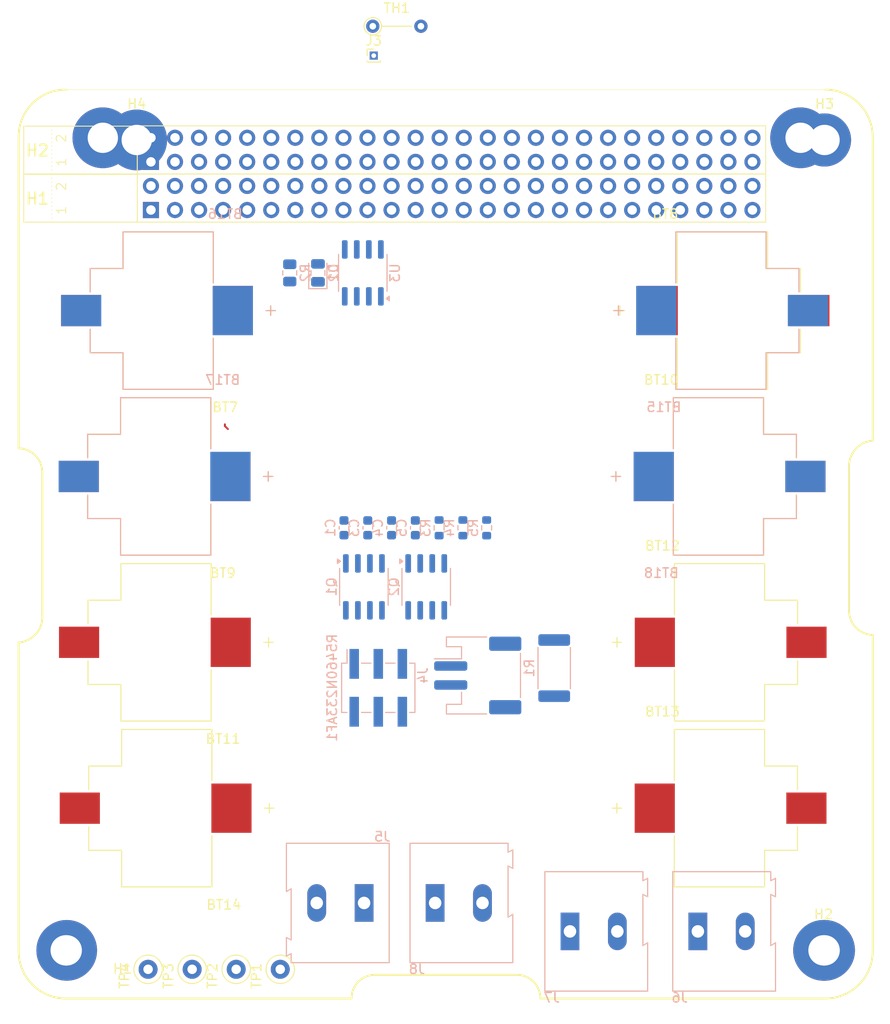
<source format=kicad_pcb>
(kicad_pcb (version 20240108) (generator "pcbnew") (generator_version "8.0")
  (layers (0 "F.Cu" signal) (31 "B.Cu" signal) (34 "B.Paste" user) (35 "F.Paste" user) (36 "B.SilkS" user "B.Silkscreen") (37 "F.SilkS" user "F.Silkscreen") (38 "B.Mask" user) (39 "F.Mask" user) (44 "Edge.Cuts" user))
  (net 0 "")
  (net 62 "Net-(D1-K)")
  (net 86 "/Pack -")
  (net 97 "Net-(D1-A)")
  (net 107 "/batt_board_temp")
  (net 108 "PACK-")
  (net 109 "Net-(C1-Pad1)")
  (net 110 "GND")
  (net 111 "Net-(R5460N233AF1-V-)")
  (net 112 "Net-(R5460N233AF1-VC)")
  (net 113 "/VDD")
  (net 114 "/B-")
  (net 115 "Net-(Q1-D-Pad5)")
  (net 116 "Net-(Q1-G)")
  (net 117 "Net-(Q2-G)")
  (net 118 "BAT_THERM")
  (net 119 "/BATT_CS")
  (net 120 "/Pack +")
  (net 121 "/BM")
  (footprint "Battery 54:BAT_254TR" (layer "F.Cu") (at 178.495 125.5 180)
    (property "Reference" "BT14" (at -7.2 -10.19 0) (layer "F.SilkS"))
    (property "Value" "54")
    (pad "P1" smd rect (at -8.005 0 180) (size 4.24 5.2) (layers "F.Cu" "F.Paste" "F.Mask"))
    (pad "P2" smd rect (at 8.005 0 180) (size 4.24 3.3) (layers "F.Cu" "F.Paste" "F.Mask"))
  )
  (footprint "MountingHole:MountingHole_3.2mm_M3_DIN965_Pad" (layer "F.Cu") (at 176.5 55)
    (property "Reference" "H4" (at 0 -3.8 0) (layer "F.SilkS"))
    (property "Value" "MountingHole_Pad")
    (pad "1" thru_hole circle (at 0 0 90) (size 6.4 6.4) (drill 3.2) (layers "*.Cu" "*.Mask") (net 86 "/Pack -"))
  )
  (footprint "Battery 54:BAT_254TR" (layer "F.Cu") (at 239.2 108)
    (property "Reference" "BT12" (at -7.2 -10.19 0) (layer "F.SilkS"))
    (property "Value" "54")
    (pad "P1" smd rect (at -8.005 0) (size 4.24 5.2) (layers "F.Cu" "F.Paste" "F.Mask"))
    (pad "P2" smd rect (at 8.005 0) (size 4.24 3.3) (layers "F.Cu" "F.Paste" "F.Mask"))
  )
  (footprint "PC104:PC104ConnectorFootprint (1)" (layer "F.Cu") (at 164.03 145.58)
    (property "Reference" "U1" (hide yes))
    (property "Value" "~" (hide yes))
    (fp_text user "H2" (at 0.65 -88.768 0) (layer "F.SilkS") (effects (font (size 1.2 1.2) (thickness 0.2) (bold yes)) (justify left bottom)))
    (fp_text user "1" (at 5.1 -87.7 90) (layer "F.SilkS") (effects (font (thickness 0.1)) (justify left bottom)))
    (fp_text user "2" (at 5.1 -90.22 90) (layer "F.SilkS") (effects (font (thickness 0.1)) (justify left bottom)))
    (fp_text user "2" (at 5.1 -85.14 90) (layer "F.SilkS") (effects (font (thickness 0.1)) (justify left bottom)))
    (fp_text user "1" (at 5.1 -82.62 90) (layer "F.SilkS") (effects (font (thickness 0.1)) (justify left bottom)))
    (fp_text user "H1" (at 0.65 -83.688 0) (layer "F.SilkS") (effects (font (size 1.2 1.2) (thickness 0.2) (bold yes)) (justify left bottom)))
    (pad "" thru_hole circle (at 5.08 -5.08 90) (size 6.4 6.4) (drill 3.2) (layers "*.Cu" "*.Mask"))
    (pad "" thru_hole circle (at 8.89 -90.81) (size 6.4 6.4) (drill 3.2) (layers "*.Cu" "*.Mask"))
    (pad "" thru_hole circle (at 82.55 -90.81) (size 6.4 6.4) (drill 3.2) (layers "*.Cu" "*.Mask"))
    (pad "" thru_hole circle (at 85.09 -5.08) (size 6.4 6.4) (drill 3.2) (layers "*.Cu" "*.Mask"))
    (pad "1" thru_hole rect (at 13.97 -83.19 90) (size 1.7 1.7) (drill 1) (layers "*.Cu" "*.Mask"))
    (pad "2" thru_hole oval (at 13.97 -85.73 90) (size 1.7 1.7) (drill 1) (layers "*.Cu" "*.Mask"))
    (pad "3" thru_hole oval (at 16.51 -83.19 90) (size 1.7 1.7) (drill 1) (layers "*.Cu" "*.Mask"))
    (pad "4" thru_hole oval (at 16.51 -85.73 90) (size 1.7 1.7) (drill 1) (layers "*.Cu" "*.Mask"))
    (pad "5" thru_hole oval (at 19.05 -83.19 90) (size 1.7 1.7) (drill 1) (layers "*.Cu" "*.Mask"))
    (pad "6" thru_hole oval (at 19.05 -85.73 90) (size 1.7 1.7) (drill 1) (layers "*.Cu" "*.Mask"))
    (pad "7" thru_hole oval (at 21.59 -83.19 90) (size 1.7 1.7) (drill 1) (layers "*.Cu" "*.Mask"))
    (pad "8" thru_hole oval (at 21.59 -85.73 90) (size 1.7 1.7) (drill 1) (layers "*.Cu" "*.Mask"))
    (pad "9" thru_hole oval (at 24.13 -83.19 90) (size 1.7 1.7) (drill 1) (layers "*.Cu" "*.Mask"))
    (pad "10" thru_hole oval (at 24.13 -85.73 90) (size 1.7 1.7) (drill 1) (layers "*.Cu" "*.Mask"))
    (pad "11" thru_hole oval (at 26.67 -83.19 90) (size 1.7 1.7) (drill 1) (layers "*.Cu" "*.Mask"))
    (pad "12" thru_hole oval (at 26.67 -85.73 90) (size 1.7 1.7) (drill 1) (layers "*.Cu" "*.Mask"))
    (pad "13" thru_hole oval (at 29.21 -83.19 90) (size 1.7 1.7) (drill 1) (layers "*.Cu" "*.Mask"))
    (pad "14" thru_hole oval (at 29.21 -85.73 90) (size 1.7 1.7) (drill 1) (layers "*.Cu" "*.Mask"))
    (pad "15" thru_hole oval (at 31.75 -83.19 90) (size 1.7 1.7) (drill 1) (layers "*.Cu" "*.Mask"))
    (pad "16" thru_hole oval (at 31.75 -85.73 90) (size 1.7 1.7) (drill 1) (layers "*.Cu" "*.Mask"))
    (pad "17" thru_hole oval (at 34.29 -83.19 90) (size 1.7 1.7) (drill 1) (layers "*.Cu" "*.Mask"))
    (pad "18" thru_hole oval (at 34.29 -85.73 90) (size 1.7 1.7) (drill 1) (layers "*.Cu" "*.Mask"))
    (pad "19" thru_hole oval (at 36.83 -83.19 90) (size 1.7 1.7) (drill 1) (layers "*.Cu" "*.Mask"))
    (pad "20" thru_hole oval (at 36.83 -85.73 90) (size 1.7 1.7) (drill 1) (layers "*.Cu" "*.Mask"))
    (pad "21" thru_hole oval (at 39.37 -83.19 90) (size 1.7 1.7) (drill 1) (layers "*.Cu" "*.Mask"))
    (pad "22" thru_hole oval (at 39.37 -85.73 90) (size 1.7 1.7) (drill 1) (layers "*.Cu" "*.Mask"))
    (pad "23" thru_hole oval (at 41.91 -83.19 90) (size 1.7 1.7) (drill 1) (layers "*.Cu" "*.Mask"))
    (pad "24" thru_hole oval (at 41.91 -85.73 90) (size 1.7 1.7) (drill 1) (layers "*.Cu" "*.Mask"))
    (pad "25" thru_hole oval (at 44.45 -83.19 90) (size 1.7 1.7) (drill 1) (layers "*.Cu" "*.Mask"))
    (pad "26" thru_hole oval (at 44.45 -85.73 90) (size 1.7 1.7) (drill 1) (layers "*.Cu" "*.Mask"))
    (pad "27" thru_hole oval (at 46.99 -83.19 90) (size 1.7 1.7) (drill 1) (layers "*.Cu" "*.Mask"))
    (pad "28" thru_hole oval (at 46.99 -85.73 90) (size 1.7 1.7) (drill 1) (layers "*.Cu" "*.Mask"))
    (pad "29" thru_hole oval (at 49.53 -83.19 90) (size 1.7 1.7) (drill 1) (layers "*.Cu" "*.Mask"))
    (pad "30" thru_hole oval (at 49.53 -85.73 90) (size 1.7 1.7) (drill 1) (layers "*.Cu" "*.Mask"))
    (pad "31" thru_hole oval (at 52.07 -83.19 90) (size 1.7 1.7) (drill 1) (layers "*.Cu" "*.Mask"))
    (pad "32" thru_hole oval (at 52.07 -85.73 90) (size 1.7 1.7) (drill 1) (layers "*.Cu" "*.Mask"))
    (pad "33" thru_hole oval (at 54.61 -83.19 90) (size 1.7 1.7) (drill 1) (layers "*.Cu" "*.Mask"))
    (pad "34" thru_hole oval (at 54.61 -85.73 90) (size 1.7 1.7) (drill 1) (layers "*.Cu" "*.Mask"))
    (pad "35" thru_hole oval (at 57.15 -83.19 90) (size 1.7 1.7) (drill 1) (layers "*.Cu" "*.Mask"))
    (pad "36" thru_hole oval (at 57.15 -85.73 90) (size 1.7 1.7) (drill 1) (layers "*.Cu" "*.Mask"))
    (pad "37" thru_hole oval (at 59.69 -83.19 90) (size 1.7 1.7) (drill 1) (layers "*.Cu" "*.Mask"))
    (pad "38" thru_hole oval (at 59.69 -85.73 90) (size 1.7 1.7) (drill 1) (layers "*.Cu" "*.Mask"))
    (pad "39" thru_hole oval (at 62.23 -83.19 90) (size 1.7 1.7) (drill 1) (layers "*.Cu" "*.Mask"))
    (pad "40" thru_hole oval (at 62.23 -85.73 90) (size 1.7 1.7) (drill 1) (layers "*.Cu" "*.Mask"))
    (pad "41" thru_hole oval (at 64.77 -83.19 90) (size 1.7 1.7) (drill 1) (layers "*.Cu" "*.Mask"))
    (pad "42" thru_hole oval (at 64.77 -85.73 90) (size 1.7 1.7) (drill 1) (layers "*.Cu" "*.Mask"))
    (pad "43" thru_hole oval (at 67.31 -83.19 90) (size 1.7 1.7) (drill 1) (layers "*.Cu" "*.Mask"))
    (pad "44" thru_hole oval (at 67.31 -85.73 90) (size 1.7 1.7) (drill 1) (layers "*.Cu" "*.Mask"))
    (pad "45" thru_hole oval (at 69.85 -83.19 90) (size 1.7 1.7) (drill 1) (layers "*.Cu" "*.Mask"))
    (pad "46" thru_hole oval (at 69.85 -85.73 90) (size 1.7 1.7) (drill 1) (layers "*.Cu" "*.Mask"))
    (pad "47" thru_hole oval (at 72.39 -83.19 90) (size 1.7 1.7) (drill 1) (layers "*.Cu" "*.Mask"))
    (pad "48" thru_hole oval (at 72.39 -85.73 90) (size 1.7 1.7) (drill 1) (layers "*.Cu" "*.Mask"))
    (pad "49" thru_hole oval (at 74.93 -83.19 90) (size 1.7 1.7) (drill 1) (layers "*.Cu" "*.Mask"))
    (pad "50" thru_hole oval (at 74.93 -85.73 90) (size 1.7 1.7) (drill 1) (layers "*.Cu" "*.Mask"))
    (pad "51" thru_hole oval (at 77.47 -83.19 90) (size 1.7 1.7) (drill 1) (layers "*.Cu" "*.Mask"))
    (pad "52" thru_hole oval (at 77.47 -85.73 90) (size 1.7 1.7) (drill 1) (layers "*.Cu" "*.Mask"))
    (pad "53" thru_hole rect (at 13.97 -88.27 90) (size 1.7 1.7) (drill 1) (layers "*.Cu" "*.Mask") (net 107 "/batt_board_temp"))
    (pad "54" thru_hole oval (at 13.97 -90.81 90) (size 1.7 1.7) (drill 1) (layers "*.Cu" "*.Mask"))
    (pad "55" thru_hole oval (at 16.51 -88.27 90) (size 1.7 1.7) (drill 1) (layers "*.Cu" "*.Mask"))
    (pad "56" thru_hole oval (at 16.51 -90.81 90) (size 1.7 1.7) (drill 1) (layers "*.Cu" "*.Mask"))
    (pad "57" thru_hole oval (at 19.05 -88.27 90) (size 1.7 1.7) (drill 1) (layers "*.Cu" "*.Mask"))
    (pad "58" thru_hole oval (at 19.05 -90.81 90) (size 1.7 1.7) (drill 1) (layers "*.Cu" "*.Mask"))
    (pad "59" thru_hole oval (at 21.59 -88.27 90) (size 1.7 1.7) (drill 1) (layers "*.Cu" "*.Mask"))
    (pad "60" thru_hole oval (at 21.59 -90.81 90) (size 1.7 1.7) (drill 1) (layers "*.Cu" "*.Mask"))
    (pad "61" thru_hole oval (at 24.13 -88.27 90) (size 1.7 1.7) (drill 1) (layers "*.Cu" "*.Mask"))
    (pad "62" thru_hole oval (at 24.13 -90.81 90) (size 1.7 1.7) (drill 1) (layers "*.Cu" "*.Mask"))
    (pad "63" thru_hole oval (at 26.67 -88.27 90) (size 1.7 1.7) (drill 1) (layers "*.Cu" "*.Mask"))
    (pad "64" thru_hole oval (at 26.67 -90.81 90) (size 1.7 1.7) (drill 1) (layers "*.Cu" "*.Mask"))
    (pad "65" thru_hole oval (at 29.21 -88.27 90) (size 1.7 1.7) (drill 1) (layers "*.Cu" "*.Mask"))
    (pad "66" thru_hole oval (at 29.21 -90.81 90) (size 1.7 1.7) (drill 1) (layers "*.Cu" "*.Mask"))
    (pad "67" thru_hole oval (at 31.75 -88.27 90) (size 1.7 1.7) (drill 1) (layers "*.Cu" "*.Mask"))
    (pad "68" thru_hole oval (at 31.75 -90.81 90) (size 1.7 1.7) (drill 1) (layers "*.Cu" "*.Mask"))
    (pad "69" thru_hole oval (at 34.29 -88.27 90) (size 1.7 1.7) (drill 1) (layers "*.Cu" "*.Mask"))
    (pad "70" thru_hole oval (at 34.29 -90.81 90) (size 1.7 1.7) (drill 1) (layers "*.Cu" "*.Mask"))
    (pad "71" thru_hole oval (at 36.83 -88.27 90) (size 1.7 1.7) (drill 1) (layers "*.Cu" "*.Mask"))
    (pad "72" thru_hole oval (at 36.83 -90.81 90) (size 1.7 1.7) (drill 1) (layers "*.Cu" "*.Mask"))
    (pad "73" thru_hole oval (at 39.37 -88.27 90) (size 1.7 1.7) (drill 1) (layers "*.Cu" "*.Mask"))
    (pad "74" thru_hole oval (at 39.37 -90.81 90) (size 1.7 1.7) (drill 1) (layers "*.Cu" "*.Mask"))
    (pad "75" thru_hole oval (at 41.91 -88.27 90) (size 1.7 1.7) (drill 1) (layers "*.Cu" "*.Mask"))
    (pad "76" thru_hole oval (at 41.91 -90.81 90) (size 1.7 1.7) (drill 1) (layers "*.Cu" "*.Mask"))
    (pad "77" thru_hole oval (at 44.45 -88.27 90) (size 1.7 1.7) (drill 1) (layers "*.Cu" "*.Mask"))
    (pad "78" thru_hole oval (at 44.45 -90.81 90) (size 1.7 1.7) (drill 1) (layers "*.Cu" "*.Mask"))
    (pad "79" thru_hole oval (at 46.99 -88.27 90) (size 1.7 1.7) (drill 1) (layers "*.Cu" "*.Mask"))
    (pad "80" thru_hole oval (at 46.99 -90.81 90) (size 1.7 1.7) (drill 1) (layers "*.Cu" "*.Mask"))
    (pad "81" thru_hole oval (at 49.53 -88.27 90) (size 1.7 1.7) (drill 1) (layers "*.Cu" "*.Mask"))
    (pad "82" thru_hole oval (at 49.53 -90.81 90) (size 1.7 1.7) (drill 1) (layers "*.Cu" "*.Mask"))
    (pad "83" thru_hole oval (at 52.07 -88.27 90) (size 1.7 1.7) (drill 1) (layers "*.Cu" "*.Mask"))
    (pad "84" thru_hole oval (at 52.07 -90.81 90) (size 1.7 1.7) (drill 1) (layers "*.Cu" "*.Mask"))
    (pad "85" thru_hole oval (at 54.61 -88.27 90) (size 1.7 1.7) (drill 1) (layers "*.Cu" "*.Mask"))
    (pad "86" thru_hole oval (at 54.61 -90.81 90) (size 1.7 1.7) (drill 1) (layers "*.Cu" "*.Mask"))
    (pad "87" thru_hole oval (at 57.15 -88.27 90) (size 1.7 1.7) (drill 1) (layers "*.Cu" "*.Mask"))
    (pad "88" thru_hole oval (at 57.15 -90.81 90) (size 1.7 1.7) (drill 1) (layers "*.Cu" "*.Mask"))
    (pad "89" thru_hole oval (at 59.69 -88.27 90) (size 1.7 1.7) (drill 1) (layers "*.Cu" "*.Mask"))
    (pad "90" thru_hole oval (at 59.69 -90.81 90) (size 1.7 1.7) (drill 1) (layers "*.Cu" "*.Mask"))
    (pad "91" thru_hole oval (at 62.23 -88.27 90) (size 1.7 1.7) (drill 1) (layers "*.Cu" "*.Mask"))
    (pad "92" thru_hole oval (at 62.23 -90.81 90) (size 1.7 1.7) (drill 1) (layers "*.Cu" "*.Mask"))
    (pad "93" thru_hole oval (at 64.77 -88.27 90) (size 1.7 1.7) (drill 1) (layers "*.Cu" "*.Mask"))
    (pad "94" thru_hole oval (at 64.77 -90.81 90) (size 1.7 1.7) (drill 1) (layers "*.Cu" "*.Mask"))
    (pad "95" thru_hole oval (at 67.31 -88.27 90) (size 1.7 1.7) (drill 1) (layers "*.Cu" "*.Mask"))
    (pad "96" thru_hole oval (at 67.31 -90.81 90) (size 1.7 1.7) (drill 1) (layers "*.Cu" "*.Mask"))
    (pad "97" thru_hole oval (at 69.85 -88.27 90) (size 1.7 1.7) (drill 1) (layers "*.Cu" "*.Mask"))
    (pad "98" thru_hole oval (at 69.85 -90.81 90) (size 1.7 1.7) (drill 1) (layers "*.Cu" "*.Mask"))
    (pad "99" thru_hole oval (at 72.39 -88.27 90) (size 1.7 1.7) (drill 1) (layers "*.Cu" "*.Mask"))
    (pad "100" thru_hole oval (at 72.39 -90.81 90) (size 1.7 1.7) (drill 1) (layers "*.Cu" "*.Mask"))
    (pad "101" thru_hole oval (at 74.93 -88.27 90) (size 1.7 1.7) (drill 1) (layers "*.Cu" "*.Mask"))
    (pad "102" thru_hole oval (at 74.93 -90.81 90) (size 1.7 1.7) (drill 1) (layers "*.Cu" "*.Mask"))
    (pad "103" thru_hole oval (at 77.47 -88.27 90) (size 1.7 1.7) (drill 1) (layers "*.Cu" "*.Mask"))
    (pad "104" thru_hole oval (at 77.47 -90.81 90) (size 1.7 1.7) (drill 1) (layers "*.Cu" "*.Mask"))
  )
  (footprint "TestPoint:TestPoint_Loop_D1.80mm_Drill1.0mm_Beaded" (layer "F.Cu") (at 182.35 142.5 -90)
    (property "Reference" "TP3" (at 0.7 2.5 90) (layer "F.SilkS"))
    (property "Value" "TestPoint")
    (pad "1" thru_hole circle (at 0 0 270) (size 2 2) (drill 1) (layers "*.Cu" "*.Mask") (net 86 "/Pack -"))
  )
  (footprint "Resistor_THT:R_Axial_DIN0204_L3.6mm_D1.6mm_P5.08mm_Vertical" (layer "F.Cu") (at 201.42 43)
    (property "Reference" "TH1" (at 2.54 -1.92 0) (layer "F.SilkS"))
    (property "Value" "Thermistor")
    (pad "1" thru_hole circle (at 0 0) (size 1.4 1.4) (drill 0.7) (layers "*.Cu" "*.Mask") (net 118 "BAT_THERM"))
    (pad "2" thru_hole oval (at 5.08 0) (size 1.4 1.4) (drill 0.7) (layers "*.Cu" "*.Mask") (net 108 "PACK-"))
  )
  (footprint "MountingHole:MountingHole_3.2mm_M3_DIN965_Pad" (layer "F.Cu") (at 249 140.5)
    (property "Reference" "H2" (at 0 -3.8 0) (layer "F.SilkS"))
    (property "Value" "MountingHole_Pad")
    (pad "1" thru_hole circle (at 0 0 90) (size 6.4 6.4) (drill 3.2) (layers "*.Cu" "*.Mask") (net 86 "/Pack -"))
  )
  (footprint "TestPoint:TestPoint_Loop_D1.80mm_Drill1.0mm_Beaded" (layer "F.Cu") (at 191.65 142.5 -90)
    (property "Reference" "TP1" (at 0.7 2.5 90) (layer "F.SilkS"))
    (property "Value" "TestPoint")
    (pad "1" thru_hole circle (at 0 0 270) (size 2 2) (drill 1) (layers "*.Cu" "*.Mask") (net 114 "/B-"))
  )
  (footprint "MountingHole:MountingHole_3.2mm_M3_DIN965_Pad" (layer "F.Cu") (at 249.11 55)
    (property "Reference" "H3" (at 0 -3.8 0) (layer "F.SilkS"))
    (property "Value" "MountingHole_Pad")
    (pad "1" thru_hole circle (at 0 0) (size 5.6 5.6) (drill 3.2) (layers "*.Cu" "*.Mask") (net 86 "/Pack -"))
  )
  (footprint "Battery 54:BAT_254TR" (layer "F.Cu") (at 178.38175 90.5 180)
    (property "Reference" "BT9" (at -7.2 -10.19 0) (layer "F.SilkS"))
    (property "Value" "54")
    (pad "P1" smd rect (at -8.005 0 180) (size 4.24 5.2) (layers "F.Cu" "F.Paste" "F.Mask"))
    (pad "P2" smd rect (at 8.005 0 180) (size 4.24 3.3) (layers "F.Cu" "F.Paste" "F.Mask"))
  )
  (footprint "TestPoint:TestPoint_Loop_D1.80mm_Drill1.0mm_Beaded" (layer "F.Cu") (at 177.7 142.5 -90)
    (property "Reference" "TP4" (at 0.7 2.5 90) (layer "F.SilkS"))
    (property "Value" "TestPoint")
    (pad "1" thru_hole circle (at 0 0 270) (size 2 2) (drill 1) (layers "*.Cu" "*.Mask") (net 120 "/Pack +"))
  )
  (footprint "MountingHole:MountingHole_3.2mm_M3_DIN965_Pad" (layer "F.Cu") (at 169 140.5)
    (property "Reference" "H1" (at 6 1.95 0) (layer "F.SilkS"))
    (property "Value" "MountingHole_Pad")
    (pad "1" thru_hole circle (at 0 0) (size 5.6 5.6) (drill 3.2) (layers "*.Cu" "*.Mask") (net 86 "/Pack -"))
  )
  (footprint "Battery 54:BAT_254TR" (layer "F.Cu") (at 239.08175 90.5)
    (property "Reference" "BT10" (at -7.2 -10.19 0) (layer "F.SilkS"))
    (property "Value" "54")
    (pad "P1" smd rect (at -8.005 0) (size 4.24 5.2) (layers "F.Cu" "F.Paste" "F.Mask"))
    (pad "P2" smd rect (at 8.005 0) (size 4.24 3.3) (layers "F.Cu" "F.Paste" "F.Mask"))
  )
  (footprint "Connector_PinHeader_1.00mm:PinHeader_1x01_P1.00mm_Vertical" (layer "F.Cu") (at 201.52 46.1)
    (property "Reference" "J3" (at 0 -1.56 0) (layer "F.SilkS"))
    (property "Value" "Screw_Terminal_01x01")
    (pad "1" thru_hole rect (at 0 0) (size 0.85 0.85) (drill 0.5) (layers "*.Cu" "*.Mask") (net 118 "BAT_THERM"))
  )
  (footprint "Battery 54:BAT_254TR" (layer "F.Cu") (at 239.19 125.5)
    (property "Reference" "BT13" (at -7.2 -10.19 0) (layer "F.SilkS"))
    (property "Value" "54")
    (pad "P1" smd rect (at -8.005 0) (size 4.24 5.2) (layers "F.Cu" "F.Paste" "F.Mask"))
    (pad "P2" smd rect (at 8.005 0) (size 4.24 3.3) (layers "F.Cu" "F.Paste" "F.Mask"))
  )
  (footprint "TestPoint:TestPoint_Loop_D1.80mm_Drill1.0mm_Beaded" (layer "F.Cu") (at 187 142.5 -90)
    (property "Reference" "TP2" (at 0.7 2.5 90) (layer "F.SilkS"))
    (property "Value" "TestPoint")
    (pad "1" thru_hole circle (at 0 0 270) (size 2 2) (drill 1) (layers "*.Cu" "*.Mask") (net 121 "/BM"))
  )
  (footprint "Battery 54:BAT_254TR" (layer "F.Cu") (at 178.6415 73 180)
    (property "Reference" "BT7" (at -7.2 -10.19 180) (layer "F.SilkS"))
    (property "Value" "54")
    (pad "P1" smd rect (at -8.005 0 180) (size 4.24 5.2) (layers "F.Cu" "F.Paste" "F.Mask"))
    (pad "P2" smd rect (at 8.005 0 180) (size 4.24 3.3) (layers "F.Cu" "F.Paste" "F.Mask"))
  )
  (footprint "Battery 54:BAT_254TR" (layer "F.Cu") (at 178.41825 108 180)
    (property "Reference" "BT11" (at -7.2 -10.19 0) (layer "F.SilkS"))
    (property "Value" "54")
    (pad "P1" smd rect (at -8.005 0 180) (size 4.24 5.2) (layers "F.Cu" "F.Paste" "F.Mask"))
    (pad "P2" smd rect (at 8.005 0 180) (size 4.24 3.3) (layers "F.Cu" "F.Paste" "F.Mask"))
  )
  (footprint "Battery 54:BAT_254TR" (layer "F.Cu") (at 239.505 73)
    (property "Reference" "BT8" (at -7.2 -10.19 0) (layer "F.SilkS"))
    (property "Value" "54")
    (pad "P1" smd rect (at -8.005 0) (size 4.24 5.2) (layers "F.Cu" "F.Paste" "F.Mask"))
    (pad "P2" smd rect (at 8.005 0) (size 4.24 3.3) (layers "F.Cu" "F.Paste" "F.Mask"))
  )
  (footprint "Resistor_SMD:R_0603_1608Metric" (layer "B.Cu") (at 213.44 95.92 -90)
    (property "Reference" "R5" (at 0 1.43 90) (layer "B.SilkS") (effects (justify mirror)))
    (property "Value" "330")
    (pad "1" smd roundrect (at -0.825 0 270) (size 0.8 0.95) (layers "B.Cu" "B.Paste" "B.Mask") (net 119 "/BATT_CS"))
    (pad "2" smd roundrect (at 0.825 0 270) (size 0.8 0.95) (layers "B.Cu" "B.Paste" "B.Mask") (net 113 "/VDD"))
  )
  (footprint "Resistor_SMD:R_2512_6332Metric" (layer "B.Cu") (at 220.57 110.72 -90)
    (property "Reference" "R1" (at 0 2.62 90) (layer "B.SilkS") (effects (justify mirror)))
    (property "Value" "0.01")
    (pad "1" smd roundrect (at -2.9625 0 270) (size 1.225 3.35) (layers "B.Cu" "B.Paste" "B.Mask") (roundrect_rratio 0.204082) (net 114 "/B-"))
    (pad "2" smd roundrect (at 2.9625 0 270) (size 1.225 3.35) (layers "B.Cu" "B.Paste" "B.Mask") (roundrect_rratio 0.204082) (net 109 "Net-(C1-Pad1)"))
  )
  (footprint "Battery 54:BAT_254TR" (layer "B.Cu") (at 239.3465 73)
    (property "Reference" "BT15" (at -7.2 10.19 0) (layer "B.SilkS") (effects (justify mirror)))
    (property "Value" "54")
    (pad "P1" smd rect (at -8.005 0) (size 4.24 5.2) (layers "B.Cu" "B.Paste" "B.Mask"))
    (pad "P2" smd rect (at 8.005 0) (size 4.24 3.3) (layers "B.Cu" "B.Paste" "B.Mask"))
  )
  (footprint "Package_SO:SOIC-8_3.9x4.9mm_P1.27mm" (layer "B.Cu") (at 200.48 102.15 -90)
    (property "Reference" "Q1" (at 0 3.4 90) (layer "B.SilkS") (effects (justify mirror)))
    (property "Value" "IRF7458")
    (pad "1" smd roundrect (at -2.475 1.905 270) (size 1.95 0.6) (layers "B.Cu" "B.Paste" "B.Mask") (net 109 "Net-(C1-Pad1)"))
    (pad "2" smd roundrect (at -2.475 0.635 270) (size 1.95 0.6) (layers "B.Cu" "B.Paste" "B.Mask") (net 109 "Net-(C1-Pad1)"))
    (pad "3" smd roundrect (at -2.475 -0.635 270) (size 1.95 0.6) (layers "B.Cu" "B.Paste" "B.Mask") (net 109 "Net-(C1-Pad1)"))
    (pad "4" smd roundrect (at -2.475 -1.905 270) (size 1.95 0.6) (layers "B.Cu" "B.Paste" "B.Mask") (net 116 "Net-(Q1-G)"))
    (pad "5" smd roundrect (at 2.475 -1.905 270) (size 1.95 0.6) (layers "B.Cu" "B.Paste" "B.Mask") (net 115 "Net-(Q1-D-Pad5)"))
    (pad "6" smd roundrect (at 2.475 -0.635 270) (size 1.95 0.6) (layers "B.Cu" "B.Paste" "B.Mask") (net 115 "Net-(Q1-D-Pad5)"))
    (pad "7" smd roundrect (at 2.475 0.635 270) (size 1.95 0.6) (layers "B.Cu" "B.Paste" "B.Mask") (net 115 "Net-(Q1-D-Pad5)"))
    (pad "8" smd roundrect (at 2.475 1.905 270) (size 1.95 0.6) (layers "B.Cu" "B.Paste" "B.Mask") (net 115 "Net-(Q1-D-Pad5)"))
  )
  (footprint "Connector_PinHeader_2.54mm:PinHeader_2x03_P2.54mm_Vertical_SMD" (layer "B.Cu") (at 202 112.8 -90)
    (property "Reference" "R5460N233AF1" (at 0 4.87 90) (layer "B.SilkS") (effects (justify mirror)))
    (property "Value" "~")
    (pad "1" smd rect (at -2.525 2.54 270) (size 3.15 1) (layers "B.Cu" "B.Paste" "B.Mask") (net 116 "Net-(Q1-G)"))
    (pad "2" smd rect (at 2.525 2.54 270) (size 3.15 1) (layers "B.Cu" "B.Paste" "B.Mask") (net 117 "Net-(Q2-G)"))
    (pad "3" smd rect (at -2.525 0 270) (size 3.15 1) (layers "B.Cu" "B.Paste" "B.Mask") (net 111 "Net-(R5460N233AF1-V-)"))
    (pad "4" smd rect (at 2.525 0 270) (size 3.15 1) (layers "B.Cu" "B.Paste" "B.Mask") (net 112 "Net-(R5460N233AF1-VC)"))
    (pad "5" smd rect (at -2.525 -2.54 270) (size 3.15 1) (layers "B.Cu" "B.Paste" "B.Mask") (net 113 "/VDD"))
    (pad "6" smd rect (at 2.525 -2.54 270) (size 3.15 1) (layers "B.Cu" "B.Paste" "B.Mask") (net 114 "/B-"))
  )
  (footprint "LED_SMD:LED_0805_2012Metric" (layer "B.Cu") (at 195.62 69.005 90)
    (property "Reference" "D1" (at 0 1.65 90) (layer "B.SilkS") (effects (justify mirror)))
    (property "Value" "TEMP_PWR")
    (pad "1" smd roundrect (at -0.9375 0 90) (size 0.975 1.4) (layers "B.Cu" "B.Paste" "B.Mask") (net 62 "Net-(D1-K)"))
    (pad "2" smd roundrect (at 0.9375 0 90) (size 0.975 1.4) (layers "B.Cu" "B.Paste" "B.Mask") (net 97 "Net-(D1-A)"))
  )
  (footprint "Capacitor_SMD:C_0603_1608Metric" (layer "B.Cu") (at 205.91 95.92 -90)
    (property "Reference" "C5" (at 0 1.43 90) (layer "B.SilkS") (effects (justify mirror)))
    (property "Value" "0.1uF")
    (pad "1" smd roundrect (at -0.775 0 270) (size 0.9 0.95) (layers "B.Cu" "B.Paste" "B.Mask") (net 114 "/B-"))
    (pad "2" smd roundrect (at 0.775 0 270) (size 0.9 0.95) (layers "B.Cu" "B.Paste" "B.Mask") (net 113 "/VDD"))
  )
  (footprint "Resistor_SMD:R_0805_2012Metric" (layer "B.Cu") (at 192.655 69.025 90)
    (property "Reference" "R2" (at 0 1.65 90) (layer "B.SilkS") (effects (justify mirror)))
    (property "Value" "15")
    (pad "1" smd roundrect (at -0.9125 0 90) (size 1.025 1.4) (layers "B.Cu" "B.Paste" "B.Mask") (roundrect_rratio 0.243902) (net 62 "Net-(D1-K)"))
    (pad "2" smd roundrect (at 0.9125 0 90) (size 1.025 1.4) (layers "B.Cu" "B.Paste" "B.Mask") (roundrect_rratio 0.243902) (net 110 "GND"))
  )
  (footprint "Battery 54:BAT_254TR" (layer "B.Cu") (at 178.38175 90.5 180)
    (property "Reference" "BT17" (at -7.2 10.19 0) (layer "B.SilkS") (effects (justify mirror)))
    (property "Value" "54")
    (pad "P1" smd rect (at -8.005 0 180) (size 4.24 5.2) (layers "B.Cu" "B.Paste" "B.Mask"))
    (pad "P2" smd rect (at 8.005 0 180) (size 4.24 3.3) (layers "B.Cu" "B.Paste" "B.Mask"))
  )
  (footprint "Capacitor_SMD:C_0603_1608Metric" (layer "B.Cu") (at 198.38 95.92 -90)
    (property "Reference" "C1" (at 0 1.43 90) (layer "B.SilkS") (effects (justify mirror)))
    (property "Value" "0.1uF")
    (pad "1" smd roundrect (at -0.775 0 270) (size 0.9 0.95) (layers "B.Cu" "B.Paste" "B.Mask") (net 109 "Net-(C1-Pad1)"))
    (pad "2" smd roundrect (at 0.775 0 270) (size 0.9 0.95) (layers "B.Cu" "B.Paste" "B.Mask") (net 86 "/Pack -"))
  )
  (footprint "Capacitor_SMD:C_0603_1608Metric" (layer "B.Cu") (at 200.89 95.92 -90)
    (property "Reference" "C3" (at 0 1.43 90) (layer "B.SilkS") (effects (justify mirror)))
    (property "Value" "0.1uF")
    (pad "1" smd roundrect (at -0.775 0 270) (size 0.9 0.95) (layers "B.Cu" "B.Paste" "B.Mask") (net 114 "/B-"))
    (pad "2" smd roundrect (at 0.775 0 270) (size 0.9 0.95) (layers "B.Cu" "B.Paste" "B.Mask") (net 111 "Net-(R5460N233AF1-V-)"))
  )
  (footprint "TerminalBlock:TerminalBlock_Altech_AK300-2_P5.00mm" (layer "B.Cu") (at 200.5 135.5 180)
    (property "Reference" "J5" (at -1.92 6.99 0) (layer "B.SilkS") (effects (justify mirror)))
    (property "Value" "Screw_Terminal_01x02")
    (pad "1" thru_hole rect (at 0 0 180) (size 1.98 3.96) (drill 1.32) (layers "*.Cu" "*.Mask") (net 120 "/Pack +"))
    (pad "2" thru_hole oval (at 5 0 180) (size 1.98 3.96) (drill 1.32) (layers "*.Cu" "*.Mask") (net 86 "/Pack -"))
  )
  (footprint "Resistor_SMD:R_0603_1608Metric" (layer "B.Cu") (at 210.93 95.92 -90)
    (property "Reference" "R4" (at 0 1.43 90) (layer "B.SilkS") (effects (justify mirror)))
    (property "Value" "330")
    (pad "1" smd roundrect (at -0.825 0 270) (size 0.8 0.95) (layers "B.Cu" "B.Paste" "B.Mask") (net 121 "/BM"))
    (pad "2" smd roundrect (at 0.825 0 270) (size 0.8 0.95) (layers "B.Cu" "B.Paste" "B.Mask") (net 112 "Net-(R5460N233AF1-VC)"))
  )
  (footprint "Package_SO:SOIC-8_3.9x4.9mm_P1.27mm" (layer "B.Cu") (at 200.365 69.025 90)
    (property "Reference" "U3" (at 0 3.4 90) (layer "B.SilkS") (effects (justify mirror)))
    (property "Value" "TMP36xS")
    (pad "1" smd roundrect (at -2.475 1.905 90) (size 1.95 0.6) (layers "B.Cu" "B.Paste" "B.Mask") (net 107 "/batt_board_temp"))
    (pad "2" smd roundrect (at -2.475 0.635 90) (size 1.95 0.6) (layers "B.Cu" "B.Paste" "B.Mask"))
    (pad "3" smd roundrect (at -2.475 -0.635 90) (size 1.95 0.6) (layers "B.Cu" "B.Paste" "B.Mask"))
    (pad "4" smd roundrect (at -2.475 -1.905 90) (size 1.95 0.6) (layers "B.Cu" "B.Paste" "B.Mask") (net 110 "GND"))
    (pad "5" smd roundrect (at 2.475 -1.905 90) (size 1.95 0.6) (layers "B.Cu" "B.Paste" "B.Mask") (net 97 "Net-(D1-A)"))
    (pad "6" smd roundrect (at 2.475 -0.635 90) (size 1.95 0.6) (layers "B.Cu" "B.Paste" "B.Mask"))
    (pad "7" smd roundrect (at 2.475 0.635 90) (size 1.95 0.6) (layers "B.Cu" "B.Paste" "B.Mask"))
    (pad "8" smd roundrect (at 2.475 1.905 90) (size 1.95 0.6) (layers "B.Cu" "B.Paste" "B.Mask") (net 97 "Net-(D1-A)"))
  )
  (footprint "TerminalBlock:TerminalBlock_Altech_AK300-2_P5.00mm" (layer "B.Cu") (at 208 135.5)
    (property "Reference" "J8" (at -1.92 6.99 0) (layer "B.SilkS") (effects (justify mirror)))
    (property "Value" "Screw_Terminal_01x02")
    (pad "1" thru_hole rect (at 0 0) (size 1.98 3.96) (drill 1.32) (layers "*.Cu" "*.Mask") (net 120 "/Pack +"))
    (pad "2" thru_hole oval (at 5 0) (size 1.98 3.96) (drill 1.32) (layers "*.Cu" "*.Mask") (net 86 "/Pack -"))
  )
  (footprint "Package_SO:SOIC-8_3.9x4.9mm_P1.27mm" (layer "B.Cu") (at 207.06 102.15 -90)
    (property "Reference" "Q2" (at 0 3.4 90) (layer "B.SilkS") (effects (justify mirror)))
    (property "Value" "IRF7458")
    (pad "1" smd roundrect (at -2.475 1.905 270) (size 1.95 0.6) (layers "B.Cu" "B.Paste" "B.Mask") (net 86 "/Pack -"))
    (pad "2" smd roundrect (at -2.475 0.635 270) (size 1.95 0.6) (layers "B.Cu" "B.Paste" "B.Mask") (net 86 "/Pack -"))
    (pad "3" smd roundrect (at -2.475 -0.635 270) (size 1.95 0.6) (layers "B.Cu" "B.Paste" "B.Mask") (net 86 "/Pack -"))
    (pad "4" smd roundrect (at -2.475 -1.905 270) (size 1.95 0.6) (layers "B.Cu" "B.Paste" "B.Mask") (net 117 "Net-(Q2-G)"))
    (pad "5" smd roundrect (at 2.475 -1.905 270) (size 1.95 0.6) (layers "B.Cu" "B.Paste" "B.Mask") (net 115 "Net-(Q1-D-Pad5)"))
    (pad "6" smd roundrect (at 2.475 -0.635 270) (size 1.95 0.6) (layers "B.Cu" "B.Paste" "B.Mask") (net 115 "Net-(Q1-D-Pad5)"))
    (pad "7" smd roundrect (at 2.475 0.635 270) (size 1.95 0.6) (layers "B.Cu" "B.Paste" "B.Mask") (net 115 "Net-(Q1-D-Pad5)"))
    (pad "8" smd roundrect (at 2.475 1.905 270) (size 1.95 0.6) (layers "B.Cu" "B.Paste" "B.Mask") (net 115 "Net-(Q1-D-Pad5)"))
  )
  (footprint "Resistor_SMD:R_0603_1608Metric" (layer "B.Cu") (at 208.42 95.92 -90)
    (property "Reference" "R3" (at 0 1.43 90) (layer "B.SilkS") (effects (justify mirror)))
    (property "Value" "1K")
    (pad "1" smd roundrect (at -0.825 0 270) (size 0.8 0.95) (layers "B.Cu" "B.Paste" "B.Mask") (net 111 "Net-(R5460N233AF1-V-)"))
    (pad "2" smd roundrect (at 0.825 0 270) (size 0.8 0.95) (layers "B.Cu" "B.Paste" "B.Mask") (net 86 "/Pack -"))
  )
  (footprint "Connector_JST:JST_PH_S2B-PH-SM4-TB_1x02-1MP_P2.00mm_Horizontal" (layer "B.Cu") (at 212.5 111.5 -90)
    (property "Reference" "J4" (at 0 5.8 90) (layer "B.SilkS") (effects (justify mirror)))
    (property "Value" "JST_PH_S2B-PH-SM4")
    (pad "1" smd roundrect (at -1 2.85 270) (size 1 3.5) (layers "B.Cu" "B.Paste" "B.Mask") (net 120 "/Pack +"))
    (pad "2" smd roundrect (at 1 2.85 270) (size 1 3.5) (layers "B.Cu" "B.Paste" "B.Mask") (net 86 "/Pack -"))
    (pad "MP" smd roundrect (at -3.35 -2.9 270) (size 1.5 3.4) (layers "B.Cu" "B.Paste" "B.Mask") (roundrect_rratio 0.166667))
    (pad "MP" smd roundrect (at 3.35 -2.9 270) (size 1.5 3.4) (layers "B.Cu" "B.Paste" "B.Mask") (roundrect_rratio 0.166667))
  )
  (footprint "Capacitor_SMD:C_0805_2012Metric" (layer "B.Cu") (at 195.635 69.025 90)
    (property "Reference" "C2" (at 0 1.68 90) (layer "B.SilkS") (effects (justify mirror)))
    (property "Value" "0.1µF")
    (pad "1" smd roundrect (at -0.95 0 90) (size 1 1.45) (layers "B.Cu" "B.Paste" "B.Mask") (net 97 "Net-(D1-A)"))
    (pad "2" smd roundrect (at 0.95 0 90) (size 1 1.45) (layers "B.Cu" "B.Paste" "B.Mask") (net 110 "GND"))
  )
  (footprint "TerminalBlock:TerminalBlock_Altech_AK300-2_P5.00mm" (layer "B.Cu") (at 222.235 138.5)
    (property "Reference" "J7" (at -1.92 6.99 0) (layer "B.SilkS") (effects (justify mirror)))
    (property "Value" "Screw_Terminal_01x02")
    (pad "1" thru_hole rect (at 0 0) (size 1.98 3.96) (drill 1.32) (layers "*.Cu" "*.Mask") (net 120 "/Pack +"))
    (pad "2" thru_hole oval (at 5 0) (size 1.98 3.96) (drill 1.32) (layers "*.Cu" "*.Mask") (net 86 "/Pack -"))
  )
  (footprint "Battery 54:BAT_254TR" (layer "B.Cu") (at 178.6415 73 180)
    (property "Reference" "BT16" (at -7.2 10.19 0) (layer "B.SilkS") (effects (justify mirror)))
    (property "Value" "54")
    (pad "P1" smd rect (at -8.005 0 180) (size 4.24 5.2) (layers "B.Cu" "B.Paste" "B.Mask"))
    (pad "P2" smd rect (at 8.005 0 180) (size 4.24 3.3) (layers "B.Cu" "B.Paste" "B.Mask"))
  )
  (footprint "Capacitor_SMD:C_0603_1608Metric" (layer "B.Cu") (at 203.4 95.92 -90)
    (property "Reference" "C4" (at 0 1.43 90) (layer "B.SilkS") (effects (justify mirror)))
    (property "Value" "0.1uF")
    (pad "1" smd roundrect (at -0.775 0 270) (size 0.9 0.95) (layers "B.Cu" "B.Paste" "B.Mask") (net 114 "/B-"))
    (pad "2" smd roundrect (at 0.775 0 270) (size 0.9 0.95) (layers "B.Cu" "B.Paste" "B.Mask") (net 112 "Net-(R5460N233AF1-VC)"))
  )
  (footprint "TerminalBlock:TerminalBlock_Altech_AK300-2_P5.00mm" (layer "B.Cu") (at 235.735 138.5)
    (property "Reference" "J6" (at -1.92 6.99 0) (layer "B.SilkS") (effects (justify mirror)))
    (property "Value" "Screw_Terminal_01x02")
    (pad "1" thru_hole rect (at 0 0) (size 1.98 3.96) (drill 1.32) (layers "*.Cu" "*.Mask") (net 120 "/Pack +"))
    (pad "2" thru_hole oval (at 5 0) (size 1.98 3.96) (drill 1.32) (layers "*.Cu" "*.Mask") (net 86 "/Pack -"))
  )
  (footprint "Battery 54:BAT_254TR" (layer "B.Cu") (at 239.08175 90.5)
    (property "Reference" "BT18" (at -7.2 10.19 0) (layer "B.SilkS") (effects (justify mirror)))
    (property "Value" "54")
    (pad "P1" smd rect (at -8.005 0) (size 4.24 5.2) (layers "B.Cu" "B.Paste" "B.Mask"))
    (pad "P2" smd rect (at 8.005 0) (size 4.24 3.3) (layers "B.Cu" "B.Paste" "B.Mask"))
  )
  (segment (start 185.8075 85.182375) (end 186.125125 85.5) (width 0.2) (layer "F.Cu") (net 0))
  (segment (start 185.8075 85) (end 185.8075 85.182375) (width 0.2) (layer "F.Cu") (net 0))
  (segment (start 247.1685 55.116313) (end 246.51175 54.459563) (width 0.2) (layer "F.Cu") (net 86))
)
</source>
